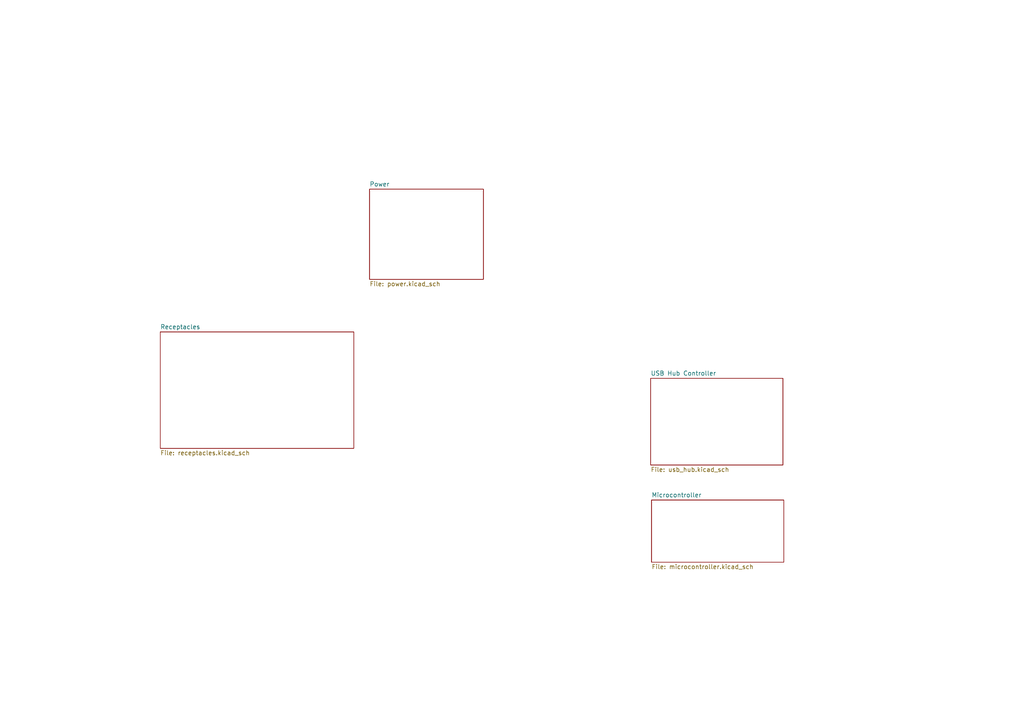
<source format=kicad_sch>
(kicad_sch
	(version 20250114)
	(generator "eeschema")
	(generator_version "9.0")
	(uuid "62136966-d911-451f-9518-a7827b282fe3")
	(paper "A4")
	(title_block
		(title "Bluetooth Keypad and USB Hub")
		(date "2025-12-13")
		(rev "0")
		(company "B. Kuhn")
	)
	(lib_symbols)
	(sheet
		(at 188.722 109.728)
		(size 38.354 25.146)
		(exclude_from_sim no)
		(in_bom yes)
		(on_board yes)
		(dnp no)
		(fields_autoplaced yes)
		(stroke
			(width 0.1524)
			(type solid)
		)
		(fill
			(color 0 0 0 0.0000)
		)
		(uuid "63faa32d-2c04-481a-ac3c-d2ba9de55eb3")
		(property "Sheetname" "USB Hub Controller"
			(at 188.722 109.0164 0)
			(effects
				(font
					(size 1.27 1.27)
				)
				(justify left bottom)
			)
		)
		(property "Sheetfile" "usb_hub.kicad_sch"
			(at 188.722 135.4586 0)
			(effects
				(font
					(size 1.27 1.27)
				)
				(justify left top)
			)
		)
		(instances
			(project "keypad_usb_hub"
				(path "/62136966-d911-451f-9518-a7827b282fe3"
					(page "2")
				)
			)
		)
	)
	(sheet
		(at 188.976 145.034)
		(size 38.354 18.034)
		(exclude_from_sim no)
		(in_bom yes)
		(on_board yes)
		(dnp no)
		(fields_autoplaced yes)
		(stroke
			(width 0.1524)
			(type solid)
		)
		(fill
			(color 0 0 0 0.0000)
		)
		(uuid "80eb8bed-550f-4706-a833-00f95ea5010a")
		(property "Sheetname" "Microcontroller"
			(at 188.976 144.3224 0)
			(effects
				(font
					(size 1.27 1.27)
				)
				(justify left bottom)
			)
		)
		(property "Sheetfile" "microcontroller.kicad_sch"
			(at 188.976 163.6526 0)
			(effects
				(font
					(size 1.27 1.27)
				)
				(justify left top)
			)
		)
		(instances
			(project "keypad_usb_hub"
				(path "/62136966-d911-451f-9518-a7827b282fe3"
					(page "3")
				)
			)
		)
	)
	(sheet
		(at 46.482 96.266)
		(size 56.134 33.782)
		(exclude_from_sim no)
		(in_bom yes)
		(on_board yes)
		(dnp no)
		(fields_autoplaced yes)
		(stroke
			(width 0.1524)
			(type solid)
		)
		(fill
			(color 0 0 0 0.0000)
		)
		(uuid "81039386-55b5-46f3-a618-c26d2e744556")
		(property "Sheetname" "Receptacles"
			(at 46.482 95.5544 0)
			(effects
				(font
					(size 1.27 1.27)
				)
				(justify left bottom)
			)
		)
		(property "Sheetfile" "receptacles.kicad_sch"
			(at 46.482 130.6326 0)
			(effects
				(font
					(size 1.27 1.27)
				)
				(justify left top)
			)
		)
		(instances
			(project "keypad_usb_hub"
				(path "/62136966-d911-451f-9518-a7827b282fe3"
					(page "4")
				)
			)
		)
	)
	(sheet
		(at 107.188 54.864)
		(size 33.02 26.162)
		(exclude_from_sim no)
		(in_bom yes)
		(on_board yes)
		(dnp no)
		(fields_autoplaced yes)
		(stroke
			(width 0.1524)
			(type solid)
		)
		(fill
			(color 0 0 0 0.0000)
		)
		(uuid "fa01809e-f228-48ad-bd03-d96f7af03a9a")
		(property "Sheetname" "Power"
			(at 107.188 54.1524 0)
			(effects
				(font
					(size 1.27 1.27)
				)
				(justify left bottom)
			)
		)
		(property "Sheetfile" "power.kicad_sch"
			(at 107.188 81.6106 0)
			(effects
				(font
					(size 1.27 1.27)
				)
				(justify left top)
			)
		)
		(instances
			(project "keypad_usb_hub"
				(path "/62136966-d911-451f-9518-a7827b282fe3"
					(page "5")
				)
			)
		)
	)
	(sheet_instances
		(path "/"
			(page "1")
		)
	)
	(embedded_fonts no)
)

</source>
